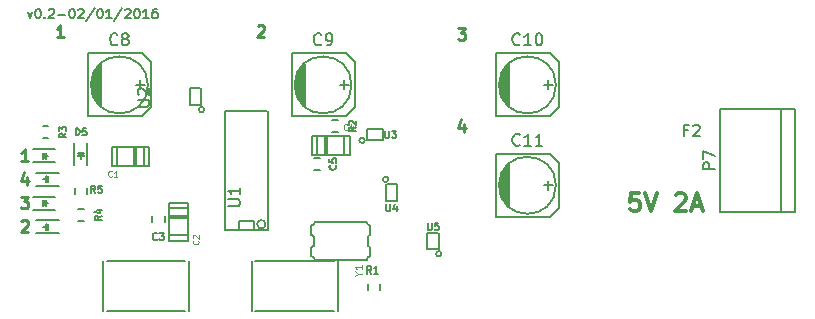
<source format=gbr>
G04 #@! TF.FileFunction,Legend,Top*
%FSLAX46Y46*%
G04 Gerber Fmt 4.6, Leading zero omitted, Abs format (unit mm)*
G04 Created by KiCad (PCBNEW (2015-07-04 BZR 5884, Git c1bbf3e)-product) date 08/02/2016 4:00:02 PM*
%MOMM*%
G01*
G04 APERTURE LIST*
%ADD10C,0.100000*%
%ADD11C,0.300000*%
%ADD12C,0.250000*%
%ADD13C,0.200000*%
%ADD14C,0.150000*%
%ADD15C,0.127000*%
%ADD16C,0.125000*%
%ADD17C,0.119380*%
G04 APERTURE END LIST*
D10*
D11*
X152785716Y-90178571D02*
X152071430Y-90178571D01*
X152000001Y-90892857D01*
X152071430Y-90821429D01*
X152214287Y-90750000D01*
X152571430Y-90750000D01*
X152714287Y-90821429D01*
X152785716Y-90892857D01*
X152857144Y-91035714D01*
X152857144Y-91392857D01*
X152785716Y-91535714D01*
X152714287Y-91607143D01*
X152571430Y-91678571D01*
X152214287Y-91678571D01*
X152071430Y-91607143D01*
X152000001Y-91535714D01*
X153285715Y-90178571D02*
X153785715Y-91678571D01*
X154285715Y-90178571D01*
X155857143Y-90321429D02*
X155928572Y-90250000D01*
X156071429Y-90178571D01*
X156428572Y-90178571D01*
X156571429Y-90250000D01*
X156642858Y-90321429D01*
X156714286Y-90464286D01*
X156714286Y-90607143D01*
X156642858Y-90821429D01*
X155785715Y-91678571D01*
X156714286Y-91678571D01*
X157285714Y-91250000D02*
X158000000Y-91250000D01*
X157142857Y-91678571D02*
X157642857Y-90178571D01*
X158142857Y-91678571D01*
D12*
X120464286Y-76047619D02*
X120511905Y-76000000D01*
X120607143Y-75952381D01*
X120845239Y-75952381D01*
X120940477Y-76000000D01*
X120988096Y-76047619D01*
X121035715Y-76142857D01*
X121035715Y-76238095D01*
X120988096Y-76380952D01*
X120416667Y-76952381D01*
X121035715Y-76952381D01*
X137416667Y-76202381D02*
X138035715Y-76202381D01*
X137702381Y-76583333D01*
X137845239Y-76583333D01*
X137940477Y-76630952D01*
X137988096Y-76678571D01*
X138035715Y-76773810D01*
X138035715Y-77011905D01*
X137988096Y-77107143D01*
X137940477Y-77154762D01*
X137845239Y-77202381D01*
X137559524Y-77202381D01*
X137464286Y-77154762D01*
X137416667Y-77107143D01*
X137940477Y-84285714D02*
X137940477Y-84952381D01*
X137702381Y-83904762D02*
X137464286Y-84619048D01*
X138083334Y-84619048D01*
X104035715Y-76952381D02*
X103464286Y-76952381D01*
X103750000Y-76952381D02*
X103750000Y-75952381D01*
X103654762Y-76095238D01*
X103559524Y-76190476D01*
X103464286Y-76238095D01*
X100940477Y-88785714D02*
X100940477Y-89452381D01*
X100702381Y-88404762D02*
X100464286Y-89119048D01*
X101083334Y-89119048D01*
X100464286Y-92547619D02*
X100511905Y-92500000D01*
X100607143Y-92452381D01*
X100845239Y-92452381D01*
X100940477Y-92500000D01*
X100988096Y-92547619D01*
X101035715Y-92642857D01*
X101035715Y-92738095D01*
X100988096Y-92880952D01*
X100416667Y-93452381D01*
X101035715Y-93452381D01*
X100416667Y-90452381D02*
X101035715Y-90452381D01*
X100702381Y-90833333D01*
X100845239Y-90833333D01*
X100940477Y-90880952D01*
X100988096Y-90928571D01*
X101035715Y-91023810D01*
X101035715Y-91261905D01*
X100988096Y-91357143D01*
X100940477Y-91404762D01*
X100845239Y-91452381D01*
X100559524Y-91452381D01*
X100464286Y-91404762D01*
X100416667Y-91357143D01*
X101035715Y-87452381D02*
X100464286Y-87452381D01*
X100750000Y-87452381D02*
X100750000Y-86452381D01*
X100654762Y-86595238D01*
X100559524Y-86690476D01*
X100464286Y-86738095D01*
D13*
X100976190Y-74828571D02*
X101166666Y-75361905D01*
X101357142Y-74828571D01*
X101814285Y-74561905D02*
X101890476Y-74561905D01*
X101966666Y-74600000D01*
X102004761Y-74638095D01*
X102042857Y-74714286D01*
X102080952Y-74866667D01*
X102080952Y-75057143D01*
X102042857Y-75209524D01*
X102004761Y-75285714D01*
X101966666Y-75323810D01*
X101890476Y-75361905D01*
X101814285Y-75361905D01*
X101738095Y-75323810D01*
X101699999Y-75285714D01*
X101661904Y-75209524D01*
X101623809Y-75057143D01*
X101623809Y-74866667D01*
X101661904Y-74714286D01*
X101699999Y-74638095D01*
X101738095Y-74600000D01*
X101814285Y-74561905D01*
X102423809Y-75285714D02*
X102461904Y-75323810D01*
X102423809Y-75361905D01*
X102385714Y-75323810D01*
X102423809Y-75285714D01*
X102423809Y-75361905D01*
X102766666Y-74638095D02*
X102804761Y-74600000D01*
X102880952Y-74561905D01*
X103071428Y-74561905D01*
X103147618Y-74600000D01*
X103185714Y-74638095D01*
X103223809Y-74714286D01*
X103223809Y-74790476D01*
X103185714Y-74904762D01*
X102728571Y-75361905D01*
X103223809Y-75361905D01*
X103566666Y-75057143D02*
X104176190Y-75057143D01*
X104709523Y-74561905D02*
X104785714Y-74561905D01*
X104861904Y-74600000D01*
X104899999Y-74638095D01*
X104938095Y-74714286D01*
X104976190Y-74866667D01*
X104976190Y-75057143D01*
X104938095Y-75209524D01*
X104899999Y-75285714D01*
X104861904Y-75323810D01*
X104785714Y-75361905D01*
X104709523Y-75361905D01*
X104633333Y-75323810D01*
X104595237Y-75285714D01*
X104557142Y-75209524D01*
X104519047Y-75057143D01*
X104519047Y-74866667D01*
X104557142Y-74714286D01*
X104595237Y-74638095D01*
X104633333Y-74600000D01*
X104709523Y-74561905D01*
X105280952Y-74638095D02*
X105319047Y-74600000D01*
X105395238Y-74561905D01*
X105585714Y-74561905D01*
X105661904Y-74600000D01*
X105700000Y-74638095D01*
X105738095Y-74714286D01*
X105738095Y-74790476D01*
X105700000Y-74904762D01*
X105242857Y-75361905D01*
X105738095Y-75361905D01*
X106652381Y-74523810D02*
X105966666Y-75552381D01*
X107071428Y-74561905D02*
X107147619Y-74561905D01*
X107223809Y-74600000D01*
X107261904Y-74638095D01*
X107300000Y-74714286D01*
X107338095Y-74866667D01*
X107338095Y-75057143D01*
X107300000Y-75209524D01*
X107261904Y-75285714D01*
X107223809Y-75323810D01*
X107147619Y-75361905D01*
X107071428Y-75361905D01*
X106995238Y-75323810D01*
X106957142Y-75285714D01*
X106919047Y-75209524D01*
X106880952Y-75057143D01*
X106880952Y-74866667D01*
X106919047Y-74714286D01*
X106957142Y-74638095D01*
X106995238Y-74600000D01*
X107071428Y-74561905D01*
X108100000Y-75361905D02*
X107642857Y-75361905D01*
X107871428Y-75361905D02*
X107871428Y-74561905D01*
X107795238Y-74676190D01*
X107719047Y-74752381D01*
X107642857Y-74790476D01*
X109014286Y-74523810D02*
X108328571Y-75552381D01*
X109242857Y-74638095D02*
X109280952Y-74600000D01*
X109357143Y-74561905D01*
X109547619Y-74561905D01*
X109623809Y-74600000D01*
X109661905Y-74638095D01*
X109700000Y-74714286D01*
X109700000Y-74790476D01*
X109661905Y-74904762D01*
X109204762Y-75361905D01*
X109700000Y-75361905D01*
X110195238Y-74561905D02*
X110271429Y-74561905D01*
X110347619Y-74600000D01*
X110385714Y-74638095D01*
X110423810Y-74714286D01*
X110461905Y-74866667D01*
X110461905Y-75057143D01*
X110423810Y-75209524D01*
X110385714Y-75285714D01*
X110347619Y-75323810D01*
X110271429Y-75361905D01*
X110195238Y-75361905D01*
X110119048Y-75323810D01*
X110080952Y-75285714D01*
X110042857Y-75209524D01*
X110004762Y-75057143D01*
X110004762Y-74866667D01*
X110042857Y-74714286D01*
X110080952Y-74638095D01*
X110119048Y-74600000D01*
X110195238Y-74561905D01*
X111223810Y-75361905D02*
X110766667Y-75361905D01*
X110995238Y-75361905D02*
X110995238Y-74561905D01*
X110919048Y-74676190D01*
X110842857Y-74752381D01*
X110766667Y-74790476D01*
X111909524Y-74561905D02*
X111757143Y-74561905D01*
X111680953Y-74600000D01*
X111642858Y-74638095D01*
X111566667Y-74752381D01*
X111528572Y-74904762D01*
X111528572Y-75209524D01*
X111566667Y-75285714D01*
X111604762Y-75323810D01*
X111680953Y-75361905D01*
X111833334Y-75361905D01*
X111909524Y-75323810D01*
X111947620Y-75285714D01*
X111985715Y-75209524D01*
X111985715Y-75019048D01*
X111947620Y-74942857D01*
X111909524Y-74904762D01*
X111833334Y-74866667D01*
X111680953Y-74866667D01*
X111604762Y-74904762D01*
X111566667Y-74942857D01*
X111528572Y-75019048D01*
D14*
X129700000Y-92600000D02*
G75*
G03X130000000Y-92900000I300000J0D01*
G01*
X125000000Y-92900000D02*
G75*
G03X125300000Y-92600000I0J300000D01*
G01*
X125300000Y-92600000D02*
X129700000Y-92600000D01*
X125000000Y-93700000D02*
X125000000Y-92900000D01*
X130000000Y-93700000D02*
X130000000Y-92900000D01*
X129800000Y-94600000D02*
X129800000Y-93800000D01*
X129800000Y-94600000D02*
X130000000Y-94700000D01*
X129800000Y-93800000D02*
X130000000Y-93700000D01*
X130000000Y-95500000D02*
X130000000Y-94700000D01*
X130000000Y-95500000D02*
G75*
G03X129700000Y-95800000I0J-300000D01*
G01*
X125300000Y-95800000D02*
X129700000Y-95800000D01*
X125000000Y-95500000D02*
X125000000Y-94700000D01*
X125300000Y-95800000D02*
G75*
G03X125000000Y-95500000I-300000J0D01*
G01*
X125000000Y-94700000D02*
X125200000Y-94600000D01*
X125000000Y-93700000D02*
X125200000Y-93800000D01*
X125200000Y-94600000D02*
X125200000Y-93800000D01*
X112575000Y-92600000D02*
X112575000Y-92100000D01*
X111525000Y-92100000D02*
X111525000Y-92600000D01*
X125700000Y-87175000D02*
X125200000Y-87175000D01*
X125200000Y-88225000D02*
X125700000Y-88225000D01*
X101400000Y-87550000D02*
X103300000Y-87550000D01*
X101400000Y-86450000D02*
X103300000Y-86450000D01*
X102300000Y-87000000D02*
X102750000Y-87000000D01*
X102250000Y-86750000D02*
X102250000Y-87250000D01*
X102250000Y-87000000D02*
X102500000Y-86750000D01*
X102500000Y-86750000D02*
X102500000Y-87250000D01*
X102500000Y-87250000D02*
X102250000Y-87000000D01*
X103600000Y-88450000D02*
X101700000Y-88450000D01*
X103600000Y-89550000D02*
X101700000Y-89550000D01*
X102700000Y-89000000D02*
X102250000Y-89000000D01*
X102750000Y-89250000D02*
X102750000Y-88750000D01*
X102750000Y-89000000D02*
X102500000Y-89250000D01*
X102500000Y-89250000D02*
X102500000Y-88750000D01*
X102500000Y-88750000D02*
X102750000Y-89000000D01*
X101400000Y-91550000D02*
X103300000Y-91550000D01*
X101400000Y-90450000D02*
X103300000Y-90450000D01*
X102300000Y-91000000D02*
X102750000Y-91000000D01*
X102250000Y-90750000D02*
X102250000Y-91250000D01*
X102250000Y-91000000D02*
X102500000Y-90750000D01*
X102500000Y-90750000D02*
X102500000Y-91250000D01*
X102500000Y-91250000D02*
X102250000Y-91000000D01*
X103600000Y-92450000D02*
X101700000Y-92450000D01*
X103600000Y-93550000D02*
X101700000Y-93550000D01*
X102700000Y-93000000D02*
X102250000Y-93000000D01*
X102750000Y-93250000D02*
X102750000Y-92750000D01*
X102750000Y-93000000D02*
X102500000Y-93250000D01*
X102500000Y-93250000D02*
X102500000Y-92750000D01*
X102500000Y-92750000D02*
X102750000Y-93000000D01*
X104950000Y-85900000D02*
X104950000Y-87800000D01*
X106050000Y-85900000D02*
X106050000Y-87800000D01*
X105500000Y-86800000D02*
X105500000Y-87250000D01*
X105750000Y-86750000D02*
X105250000Y-86750000D01*
X105500000Y-86750000D02*
X105750000Y-87000000D01*
X105750000Y-87000000D02*
X105250000Y-87000000D01*
X105250000Y-87000000D02*
X105500000Y-86750000D01*
X127250000Y-83975000D02*
X126750000Y-83975000D01*
X126750000Y-85025000D02*
X127250000Y-85025000D01*
X102750000Y-84475000D02*
X102250000Y-84475000D01*
X102250000Y-85525000D02*
X102750000Y-85525000D01*
X105750000Y-91475000D02*
X105250000Y-91475000D01*
X105250000Y-92525000D02*
X105750000Y-92525000D01*
X106025000Y-90250000D02*
X106025000Y-89750000D01*
X104975000Y-89750000D02*
X104975000Y-90250000D01*
X123714000Y-80365000D02*
X123714000Y-81762000D01*
X123841000Y-80111000D02*
X123841000Y-81889000D01*
X123968000Y-79730000D02*
X123968000Y-82270000D01*
X124095000Y-82397000D02*
X124095000Y-79603000D01*
X124222000Y-79476000D02*
X124222000Y-82524000D01*
X124349000Y-82651000D02*
X124349000Y-79349000D01*
X124476000Y-79222000D02*
X124476000Y-82778000D01*
X123333000Y-78333000D02*
X127905000Y-78333000D01*
X127905000Y-78333000D02*
X128667000Y-79095000D01*
X128667000Y-79095000D02*
X128667000Y-82905000D01*
X128667000Y-82905000D02*
X127905000Y-83667000D01*
X127905000Y-83667000D02*
X123333000Y-83667000D01*
X123333000Y-83667000D02*
X123333000Y-78333000D01*
X128159000Y-81000000D02*
X127397000Y-81000000D01*
X127778000Y-80619000D02*
X127778000Y-81381000D01*
X128413000Y-81000000D02*
G75*
G03X128413000Y-81000000I-2413000J0D01*
G01*
X141014360Y-80365000D02*
X141014360Y-81762000D01*
X141141360Y-80111000D02*
X141141360Y-81889000D01*
X141268360Y-79730000D02*
X141268360Y-82270000D01*
X141395360Y-82397000D02*
X141395360Y-79603000D01*
X141522360Y-79476000D02*
X141522360Y-82524000D01*
X141649360Y-82651000D02*
X141649360Y-79349000D01*
X141776360Y-79222000D02*
X141776360Y-82778000D01*
X140633360Y-78333000D02*
X145205360Y-78333000D01*
X145205360Y-78333000D02*
X145967360Y-79095000D01*
X145967360Y-79095000D02*
X145967360Y-82905000D01*
X145967360Y-82905000D02*
X145205360Y-83667000D01*
X145205360Y-83667000D02*
X140633360Y-83667000D01*
X140633360Y-83667000D02*
X140633360Y-78333000D01*
X145459360Y-81000000D02*
X144697360Y-81000000D01*
X145078360Y-80619000D02*
X145078360Y-81381000D01*
X145713360Y-81000000D02*
G75*
G03X145713360Y-81000000I-2413000J0D01*
G01*
X141014360Y-88865000D02*
X141014360Y-90262000D01*
X141141360Y-88611000D02*
X141141360Y-90389000D01*
X141268360Y-88230000D02*
X141268360Y-90770000D01*
X141395360Y-90897000D02*
X141395360Y-88103000D01*
X141522360Y-87976000D02*
X141522360Y-91024000D01*
X141649360Y-91151000D02*
X141649360Y-87849000D01*
X141776360Y-87722000D02*
X141776360Y-91278000D01*
X140633360Y-86833000D02*
X145205360Y-86833000D01*
X145205360Y-86833000D02*
X145967360Y-87595000D01*
X145967360Y-87595000D02*
X145967360Y-91405000D01*
X145967360Y-91405000D02*
X145205360Y-92167000D01*
X145205360Y-92167000D02*
X140633360Y-92167000D01*
X140633360Y-92167000D02*
X140633360Y-86833000D01*
X145459360Y-89500000D02*
X144697360Y-89500000D01*
X145078360Y-89119000D02*
X145078360Y-89881000D01*
X145713360Y-89500000D02*
G75*
G03X145713360Y-89500000I-2413000J0D01*
G01*
X117700000Y-83200000D02*
X117700000Y-93300000D01*
X121300000Y-93300000D02*
X121300000Y-83200000D01*
X117722000Y-83190000D02*
X121278000Y-83190000D01*
X121278000Y-93310000D02*
X117722000Y-93310000D01*
X121129210Y-92802000D02*
G75*
G03X121129210Y-92802000I-359210J0D01*
G01*
X118865000Y-93310000D02*
X118865000Y-92548000D01*
X118865000Y-92548000D02*
X120135000Y-92548000D01*
X120135000Y-92548000D02*
X120135000Y-93310000D01*
X129775000Y-97850000D02*
X129775000Y-98350000D01*
X130825000Y-98350000D02*
X130825000Y-97850000D01*
X165980000Y-91750000D02*
X165980000Y-83050000D01*
X159575000Y-91750000D02*
X159575000Y-83050000D01*
X159575000Y-83050000D02*
X165980000Y-83050000D01*
X164750000Y-83050000D02*
X164750000Y-91750000D01*
X165980000Y-91750000D02*
X159575000Y-91750000D01*
X115923607Y-83100000D02*
G75*
G03X115923607Y-83100000I-223607J0D01*
G01*
X114700000Y-82700000D02*
X115600000Y-82700000D01*
X115700000Y-82700000D02*
X115700000Y-81300000D01*
X115600000Y-81300000D02*
X114700000Y-81300000D01*
X114700000Y-81300000D02*
X114700000Y-82700000D01*
X129523607Y-85700000D02*
G75*
G03X129523607Y-85700000I-223607J0D01*
G01*
X129700000Y-84700000D02*
X129700000Y-85600000D01*
X129700000Y-85700000D02*
X131100000Y-85700000D01*
X131100000Y-85600000D02*
X131100000Y-84700000D01*
X131100000Y-84700000D02*
X129700000Y-84700000D01*
X131523607Y-89000000D02*
G75*
G03X131523607Y-89000000I-223607J0D01*
G01*
X132300000Y-89400000D02*
X131400000Y-89400000D01*
X131300000Y-89400000D02*
X131300000Y-90800000D01*
X131400000Y-90800000D02*
X132300000Y-90800000D01*
X132300000Y-90800000D02*
X132300000Y-89400000D01*
X136023607Y-95300000D02*
G75*
G03X136023607Y-95300000I-223607J0D01*
G01*
X134800000Y-94900000D02*
X135700000Y-94900000D01*
X135800000Y-94900000D02*
X135800000Y-93500000D01*
X135700000Y-93500000D02*
X134800000Y-93500000D01*
X134800000Y-93500000D02*
X134800000Y-94900000D01*
X106464000Y-80365000D02*
X106464000Y-81762000D01*
X106591000Y-80111000D02*
X106591000Y-81889000D01*
X106718000Y-79730000D02*
X106718000Y-82270000D01*
X106845000Y-82397000D02*
X106845000Y-79603000D01*
X106972000Y-79476000D02*
X106972000Y-82524000D01*
X107099000Y-82651000D02*
X107099000Y-79349000D01*
X107226000Y-79222000D02*
X107226000Y-82778000D01*
X106083000Y-78333000D02*
X110655000Y-78333000D01*
X110655000Y-78333000D02*
X111417000Y-79095000D01*
X111417000Y-79095000D02*
X111417000Y-82905000D01*
X111417000Y-82905000D02*
X110655000Y-83667000D01*
X110655000Y-83667000D02*
X106083000Y-83667000D01*
X106083000Y-83667000D02*
X106083000Y-78333000D01*
X110909000Y-81000000D02*
X110147000Y-81000000D01*
X110528000Y-80619000D02*
X110528000Y-81381000D01*
X111163000Y-81000000D02*
G75*
G03X111163000Y-81000000I-2413000J0D01*
G01*
X107675000Y-95900000D02*
X114325000Y-95900000D01*
X114625000Y-95900000D02*
X114625000Y-100100000D01*
X114325000Y-100100000D02*
X107675000Y-100100000D01*
X107375000Y-100100000D02*
X107375000Y-95900000D01*
X120275000Y-95900000D02*
X126925000Y-95900000D01*
X127225000Y-95900000D02*
X127225000Y-100100000D01*
X126925000Y-100100000D02*
X120275000Y-100100000D01*
X119975000Y-100100000D02*
X119975000Y-95900000D01*
X110200000Y-86250000D02*
X110200000Y-87850000D01*
X110200000Y-87850000D02*
X110000000Y-87850000D01*
X110000000Y-87850000D02*
X110000000Y-86250000D01*
X110000000Y-86250000D02*
X110200000Y-86250000D01*
D15*
X110843000Y-87862800D02*
X110843000Y-86237200D01*
X108557000Y-86237200D02*
X108557000Y-87862800D01*
X108099800Y-86237200D02*
X108099800Y-87862800D01*
X108099800Y-87862800D02*
X111300200Y-87862800D01*
X111300200Y-87862800D02*
X111300200Y-86237200D01*
X111300200Y-86237200D02*
X108099800Y-86237200D01*
D14*
X112950000Y-92100000D02*
X114550000Y-92100000D01*
X114550000Y-92100000D02*
X114550000Y-92300000D01*
X114550000Y-92300000D02*
X112950000Y-92300000D01*
X112950000Y-92300000D02*
X112950000Y-92100000D01*
D15*
X114562800Y-91457000D02*
X112937200Y-91457000D01*
X112937200Y-93743000D02*
X114562800Y-93743000D01*
X112937200Y-94200200D02*
X114562800Y-94200200D01*
X114562800Y-94200200D02*
X114562800Y-90999800D01*
X114562800Y-90999800D02*
X112937200Y-90999800D01*
X112937200Y-90999800D02*
X112937200Y-94200200D01*
D14*
X126150000Y-86900000D02*
X126150000Y-85300000D01*
X126150000Y-85300000D02*
X126350000Y-85300000D01*
X126350000Y-85300000D02*
X126350000Y-86900000D01*
X126350000Y-86900000D02*
X126150000Y-86900000D01*
D15*
X125507000Y-85287200D02*
X125507000Y-86912800D01*
X127793000Y-86912800D02*
X127793000Y-85287200D01*
X128250200Y-86912800D02*
X128250200Y-85287200D01*
X128250200Y-85287200D02*
X125049800Y-85287200D01*
X125049800Y-85287200D02*
X125049800Y-86912800D01*
X125049800Y-86912800D02*
X128250200Y-86912800D01*
D14*
X156866667Y-84828571D02*
X156533333Y-84828571D01*
X156533333Y-85352381D02*
X156533333Y-84352381D01*
X157009524Y-84352381D01*
X157342857Y-84447619D02*
X157390476Y-84400000D01*
X157485714Y-84352381D01*
X157723810Y-84352381D01*
X157819048Y-84400000D01*
X157866667Y-84447619D01*
X157914286Y-84542857D01*
X157914286Y-84638095D01*
X157866667Y-84780952D01*
X157295238Y-85352381D01*
X157914286Y-85352381D01*
D16*
X128985714Y-96985714D02*
X129271429Y-96985714D01*
X128671429Y-97185714D02*
X128985714Y-96985714D01*
X128671429Y-96785714D01*
X129271429Y-96271428D02*
X129271429Y-96614285D01*
X129271429Y-96442857D02*
X128671429Y-96442857D01*
X128757143Y-96500000D01*
X128814286Y-96557142D01*
X128842857Y-96614285D01*
D14*
X111950000Y-94064286D02*
X111921429Y-94092857D01*
X111835715Y-94121429D01*
X111778572Y-94121429D01*
X111692857Y-94092857D01*
X111635715Y-94035714D01*
X111607143Y-93978571D01*
X111578572Y-93864286D01*
X111578572Y-93778571D01*
X111607143Y-93664286D01*
X111635715Y-93607143D01*
X111692857Y-93550000D01*
X111778572Y-93521429D01*
X111835715Y-93521429D01*
X111921429Y-93550000D01*
X111950000Y-93578571D01*
X112150000Y-93521429D02*
X112521429Y-93521429D01*
X112321429Y-93750000D01*
X112407143Y-93750000D01*
X112464286Y-93778571D01*
X112492857Y-93807143D01*
X112521429Y-93864286D01*
X112521429Y-94007143D01*
X112492857Y-94064286D01*
X112464286Y-94092857D01*
X112407143Y-94121429D01*
X112235715Y-94121429D01*
X112178572Y-94092857D01*
X112150000Y-94064286D01*
X127064286Y-87800000D02*
X127092857Y-87828571D01*
X127121429Y-87914285D01*
X127121429Y-87971428D01*
X127092857Y-88057143D01*
X127035714Y-88114285D01*
X126978571Y-88142857D01*
X126864286Y-88171428D01*
X126778571Y-88171428D01*
X126664286Y-88142857D01*
X126607143Y-88114285D01*
X126550000Y-88057143D01*
X126521429Y-87971428D01*
X126521429Y-87914285D01*
X126550000Y-87828571D01*
X126578571Y-87800000D01*
X126521429Y-87257143D02*
X126521429Y-87542857D01*
X126807143Y-87571428D01*
X126778571Y-87542857D01*
X126750000Y-87485714D01*
X126750000Y-87342857D01*
X126778571Y-87285714D01*
X126807143Y-87257143D01*
X126864286Y-87228571D01*
X127007143Y-87228571D01*
X127064286Y-87257143D01*
X127092857Y-87285714D01*
X127121429Y-87342857D01*
X127121429Y-87485714D01*
X127092857Y-87542857D01*
X127064286Y-87571428D01*
X105057143Y-85271429D02*
X105057143Y-84671429D01*
X105200000Y-84671429D01*
X105285715Y-84700000D01*
X105342857Y-84757143D01*
X105371429Y-84814286D01*
X105400000Y-84928571D01*
X105400000Y-85014286D01*
X105371429Y-85128571D01*
X105342857Y-85185714D01*
X105285715Y-85242857D01*
X105200000Y-85271429D01*
X105057143Y-85271429D01*
X105942857Y-84671429D02*
X105657143Y-84671429D01*
X105628572Y-84957143D01*
X105657143Y-84928571D01*
X105714286Y-84900000D01*
X105857143Y-84900000D01*
X105914286Y-84928571D01*
X105942857Y-84957143D01*
X105971429Y-85014286D01*
X105971429Y-85157143D01*
X105942857Y-85214286D01*
X105914286Y-85242857D01*
X105857143Y-85271429D01*
X105714286Y-85271429D01*
X105657143Y-85242857D01*
X105628572Y-85214286D01*
X128771429Y-84600000D02*
X128485714Y-84800000D01*
X128771429Y-84942857D02*
X128171429Y-84942857D01*
X128171429Y-84714285D01*
X128200000Y-84657143D01*
X128228571Y-84628571D01*
X128285714Y-84600000D01*
X128371429Y-84600000D01*
X128428571Y-84628571D01*
X128457143Y-84657143D01*
X128485714Y-84714285D01*
X128485714Y-84942857D01*
X128228571Y-84371428D02*
X128200000Y-84342857D01*
X128171429Y-84285714D01*
X128171429Y-84142857D01*
X128200000Y-84085714D01*
X128228571Y-84057143D01*
X128285714Y-84028571D01*
X128342857Y-84028571D01*
X128428571Y-84057143D01*
X128771429Y-84400000D01*
X128771429Y-84028571D01*
X104271429Y-85100000D02*
X103985714Y-85300000D01*
X104271429Y-85442857D02*
X103671429Y-85442857D01*
X103671429Y-85214285D01*
X103700000Y-85157143D01*
X103728571Y-85128571D01*
X103785714Y-85100000D01*
X103871429Y-85100000D01*
X103928571Y-85128571D01*
X103957143Y-85157143D01*
X103985714Y-85214285D01*
X103985714Y-85442857D01*
X103671429Y-84900000D02*
X103671429Y-84528571D01*
X103900000Y-84728571D01*
X103900000Y-84642857D01*
X103928571Y-84585714D01*
X103957143Y-84557143D01*
X104014286Y-84528571D01*
X104157143Y-84528571D01*
X104214286Y-84557143D01*
X104242857Y-84585714D01*
X104271429Y-84642857D01*
X104271429Y-84814285D01*
X104242857Y-84871428D01*
X104214286Y-84900000D01*
X107271429Y-92100000D02*
X106985714Y-92300000D01*
X107271429Y-92442857D02*
X106671429Y-92442857D01*
X106671429Y-92214285D01*
X106700000Y-92157143D01*
X106728571Y-92128571D01*
X106785714Y-92100000D01*
X106871429Y-92100000D01*
X106928571Y-92128571D01*
X106957143Y-92157143D01*
X106985714Y-92214285D01*
X106985714Y-92442857D01*
X106871429Y-91585714D02*
X107271429Y-91585714D01*
X106642857Y-91728571D02*
X107071429Y-91871428D01*
X107071429Y-91500000D01*
X106700000Y-90121429D02*
X106500000Y-89835714D01*
X106357143Y-90121429D02*
X106357143Y-89521429D01*
X106585715Y-89521429D01*
X106642857Y-89550000D01*
X106671429Y-89578571D01*
X106700000Y-89635714D01*
X106700000Y-89721429D01*
X106671429Y-89778571D01*
X106642857Y-89807143D01*
X106585715Y-89835714D01*
X106357143Y-89835714D01*
X107242857Y-89521429D02*
X106957143Y-89521429D01*
X106928572Y-89807143D01*
X106957143Y-89778571D01*
X107014286Y-89750000D01*
X107157143Y-89750000D01*
X107214286Y-89778571D01*
X107242857Y-89807143D01*
X107271429Y-89864286D01*
X107271429Y-90007143D01*
X107242857Y-90064286D01*
X107214286Y-90092857D01*
X107157143Y-90121429D01*
X107014286Y-90121429D01*
X106957143Y-90092857D01*
X106928572Y-90064286D01*
X125833334Y-77547143D02*
X125785715Y-77594762D01*
X125642858Y-77642381D01*
X125547620Y-77642381D01*
X125404762Y-77594762D01*
X125309524Y-77499524D01*
X125261905Y-77404286D01*
X125214286Y-77213810D01*
X125214286Y-77070952D01*
X125261905Y-76880476D01*
X125309524Y-76785238D01*
X125404762Y-76690000D01*
X125547620Y-76642381D01*
X125642858Y-76642381D01*
X125785715Y-76690000D01*
X125833334Y-76737619D01*
X126309524Y-77642381D02*
X126500000Y-77642381D01*
X126595239Y-77594762D01*
X126642858Y-77547143D01*
X126738096Y-77404286D01*
X126785715Y-77213810D01*
X126785715Y-76832857D01*
X126738096Y-76737619D01*
X126690477Y-76690000D01*
X126595239Y-76642381D01*
X126404762Y-76642381D01*
X126309524Y-76690000D01*
X126261905Y-76737619D01*
X126214286Y-76832857D01*
X126214286Y-77070952D01*
X126261905Y-77166190D01*
X126309524Y-77213810D01*
X126404762Y-77261429D01*
X126595239Y-77261429D01*
X126690477Y-77213810D01*
X126738096Y-77166190D01*
X126785715Y-77070952D01*
X142657503Y-77547143D02*
X142609884Y-77594762D01*
X142467027Y-77642381D01*
X142371789Y-77642381D01*
X142228931Y-77594762D01*
X142133693Y-77499524D01*
X142086074Y-77404286D01*
X142038455Y-77213810D01*
X142038455Y-77070952D01*
X142086074Y-76880476D01*
X142133693Y-76785238D01*
X142228931Y-76690000D01*
X142371789Y-76642381D01*
X142467027Y-76642381D01*
X142609884Y-76690000D01*
X142657503Y-76737619D01*
X143609884Y-77642381D02*
X143038455Y-77642381D01*
X143324169Y-77642381D02*
X143324169Y-76642381D01*
X143228931Y-76785238D01*
X143133693Y-76880476D01*
X143038455Y-76928095D01*
X144228931Y-76642381D02*
X144324170Y-76642381D01*
X144419408Y-76690000D01*
X144467027Y-76737619D01*
X144514646Y-76832857D01*
X144562265Y-77023333D01*
X144562265Y-77261429D01*
X144514646Y-77451905D01*
X144467027Y-77547143D01*
X144419408Y-77594762D01*
X144324170Y-77642381D01*
X144228931Y-77642381D01*
X144133693Y-77594762D01*
X144086074Y-77547143D01*
X144038455Y-77451905D01*
X143990836Y-77261429D01*
X143990836Y-77023333D01*
X144038455Y-76832857D01*
X144086074Y-76737619D01*
X144133693Y-76690000D01*
X144228931Y-76642381D01*
X142657503Y-86047143D02*
X142609884Y-86094762D01*
X142467027Y-86142381D01*
X142371789Y-86142381D01*
X142228931Y-86094762D01*
X142133693Y-85999524D01*
X142086074Y-85904286D01*
X142038455Y-85713810D01*
X142038455Y-85570952D01*
X142086074Y-85380476D01*
X142133693Y-85285238D01*
X142228931Y-85190000D01*
X142371789Y-85142381D01*
X142467027Y-85142381D01*
X142609884Y-85190000D01*
X142657503Y-85237619D01*
X143609884Y-86142381D02*
X143038455Y-86142381D01*
X143324169Y-86142381D02*
X143324169Y-85142381D01*
X143228931Y-85285238D01*
X143133693Y-85380476D01*
X143038455Y-85428095D01*
X144562265Y-86142381D02*
X143990836Y-86142381D01*
X144276550Y-86142381D02*
X144276550Y-85142381D01*
X144181312Y-85285238D01*
X144086074Y-85380476D01*
X143990836Y-85428095D01*
X117952381Y-91261905D02*
X118761905Y-91261905D01*
X118857143Y-91214286D01*
X118904762Y-91166667D01*
X118952381Y-91071429D01*
X118952381Y-90880952D01*
X118904762Y-90785714D01*
X118857143Y-90738095D01*
X118761905Y-90690476D01*
X117952381Y-90690476D01*
X118952381Y-89690476D02*
X118952381Y-90261905D01*
X118952381Y-89976191D02*
X117952381Y-89976191D01*
X118095238Y-90071429D01*
X118190476Y-90166667D01*
X118238095Y-90261905D01*
X130100000Y-96971429D02*
X129900000Y-96685714D01*
X129757143Y-96971429D02*
X129757143Y-96371429D01*
X129985715Y-96371429D01*
X130042857Y-96400000D01*
X130071429Y-96428571D01*
X130100000Y-96485714D01*
X130100000Y-96571429D01*
X130071429Y-96628571D01*
X130042857Y-96657143D01*
X129985715Y-96685714D01*
X129757143Y-96685714D01*
X130671429Y-96971429D02*
X130328572Y-96971429D01*
X130500000Y-96971429D02*
X130500000Y-96371429D01*
X130442857Y-96457143D01*
X130385715Y-96514286D01*
X130328572Y-96542857D01*
X159164921Y-88137195D02*
X158164921Y-88137195D01*
X158164921Y-87756242D01*
X158212540Y-87661004D01*
X158260159Y-87613385D01*
X158355397Y-87565766D01*
X158498254Y-87565766D01*
X158593492Y-87613385D01*
X158641111Y-87661004D01*
X158688730Y-87756242D01*
X158688730Y-88137195D01*
X158164921Y-87232433D02*
X158164921Y-86565766D01*
X159164921Y-86994338D01*
X110301361Y-82833025D02*
X111110885Y-82833025D01*
X111206123Y-82785406D01*
X111253742Y-82737787D01*
X111301361Y-82642549D01*
X111301361Y-82452072D01*
X111253742Y-82356834D01*
X111206123Y-82309215D01*
X111110885Y-82261596D01*
X110301361Y-82261596D01*
X110396599Y-81833025D02*
X110348980Y-81785406D01*
X110301361Y-81690168D01*
X110301361Y-81452072D01*
X110348980Y-81356834D01*
X110396599Y-81309215D01*
X110491837Y-81261596D01*
X110587075Y-81261596D01*
X110729932Y-81309215D01*
X111301361Y-81880644D01*
X111301361Y-81261596D01*
X131242857Y-84871429D02*
X131242857Y-85357143D01*
X131271429Y-85414286D01*
X131300000Y-85442857D01*
X131357143Y-85471429D01*
X131471429Y-85471429D01*
X131528571Y-85442857D01*
X131557143Y-85414286D01*
X131585714Y-85357143D01*
X131585714Y-84871429D01*
X131814285Y-84871429D02*
X132185714Y-84871429D01*
X131985714Y-85100000D01*
X132071428Y-85100000D01*
X132128571Y-85128571D01*
X132157142Y-85157143D01*
X132185714Y-85214286D01*
X132185714Y-85357143D01*
X132157142Y-85414286D01*
X132128571Y-85442857D01*
X132071428Y-85471429D01*
X131900000Y-85471429D01*
X131842857Y-85442857D01*
X131814285Y-85414286D01*
X131342857Y-91071429D02*
X131342857Y-91557143D01*
X131371429Y-91614286D01*
X131400000Y-91642857D01*
X131457143Y-91671429D01*
X131571429Y-91671429D01*
X131628571Y-91642857D01*
X131657143Y-91614286D01*
X131685714Y-91557143D01*
X131685714Y-91071429D01*
X132228571Y-91271429D02*
X132228571Y-91671429D01*
X132085714Y-91042857D02*
X131942857Y-91471429D01*
X132314285Y-91471429D01*
X134842857Y-92671429D02*
X134842857Y-93157143D01*
X134871429Y-93214286D01*
X134900000Y-93242857D01*
X134957143Y-93271429D01*
X135071429Y-93271429D01*
X135128571Y-93242857D01*
X135157143Y-93214286D01*
X135185714Y-93157143D01*
X135185714Y-92671429D01*
X135757142Y-92671429D02*
X135471428Y-92671429D01*
X135442857Y-92957143D01*
X135471428Y-92928571D01*
X135528571Y-92900000D01*
X135671428Y-92900000D01*
X135728571Y-92928571D01*
X135757142Y-92957143D01*
X135785714Y-93014286D01*
X135785714Y-93157143D01*
X135757142Y-93214286D01*
X135728571Y-93242857D01*
X135671428Y-93271429D01*
X135528571Y-93271429D01*
X135471428Y-93242857D01*
X135442857Y-93214286D01*
X108583334Y-77547143D02*
X108535715Y-77594762D01*
X108392858Y-77642381D01*
X108297620Y-77642381D01*
X108154762Y-77594762D01*
X108059524Y-77499524D01*
X108011905Y-77404286D01*
X107964286Y-77213810D01*
X107964286Y-77070952D01*
X108011905Y-76880476D01*
X108059524Y-76785238D01*
X108154762Y-76690000D01*
X108297620Y-76642381D01*
X108392858Y-76642381D01*
X108535715Y-76690000D01*
X108583334Y-76737619D01*
X109154762Y-77070952D02*
X109059524Y-77023333D01*
X109011905Y-76975714D01*
X108964286Y-76880476D01*
X108964286Y-76832857D01*
X109011905Y-76737619D01*
X109059524Y-76690000D01*
X109154762Y-76642381D01*
X109345239Y-76642381D01*
X109440477Y-76690000D01*
X109488096Y-76737619D01*
X109535715Y-76832857D01*
X109535715Y-76880476D01*
X109488096Y-76975714D01*
X109440477Y-77023333D01*
X109345239Y-77070952D01*
X109154762Y-77070952D01*
X109059524Y-77118571D01*
X109011905Y-77166190D01*
X108964286Y-77261429D01*
X108964286Y-77451905D01*
X109011905Y-77547143D01*
X109059524Y-77594762D01*
X109154762Y-77642381D01*
X109345239Y-77642381D01*
X109440477Y-77594762D01*
X109488096Y-77547143D01*
X109535715Y-77451905D01*
X109535715Y-77261429D01*
X109488096Y-77166190D01*
X109440477Y-77118571D01*
X109345239Y-77070952D01*
D17*
X108116604Y-88728707D02*
X108092776Y-88752535D01*
X108021293Y-88776362D01*
X107973638Y-88776362D01*
X107902155Y-88752535D01*
X107854500Y-88704880D01*
X107830672Y-88657224D01*
X107806844Y-88561914D01*
X107806844Y-88490431D01*
X107830672Y-88395120D01*
X107854500Y-88347465D01*
X107902155Y-88299810D01*
X107973638Y-88275982D01*
X108021293Y-88275982D01*
X108092776Y-88299810D01*
X108116604Y-88323638D01*
X108593156Y-88776362D02*
X108307224Y-88776362D01*
X108450190Y-88776362D02*
X108450190Y-88275982D01*
X108402535Y-88347465D01*
X108354880Y-88395120D01*
X108307224Y-88418948D01*
X115428707Y-94183396D02*
X115452535Y-94207224D01*
X115476362Y-94278707D01*
X115476362Y-94326362D01*
X115452535Y-94397845D01*
X115404880Y-94445500D01*
X115357224Y-94469328D01*
X115261914Y-94493156D01*
X115190431Y-94493156D01*
X115095120Y-94469328D01*
X115047465Y-94445500D01*
X114999810Y-94397845D01*
X114975982Y-94326362D01*
X114975982Y-94278707D01*
X114999810Y-94207224D01*
X115023638Y-94183396D01*
X115023638Y-93992776D02*
X114999810Y-93968948D01*
X114975982Y-93921293D01*
X114975982Y-93802155D01*
X114999810Y-93754499D01*
X115023638Y-93730672D01*
X115071293Y-93706844D01*
X115118948Y-93706844D01*
X115190431Y-93730672D01*
X115476362Y-94016603D01*
X115476362Y-93706844D01*
X128066604Y-84778707D02*
X128042776Y-84802535D01*
X127971293Y-84826362D01*
X127923638Y-84826362D01*
X127852155Y-84802535D01*
X127804500Y-84754880D01*
X127780672Y-84707224D01*
X127756844Y-84611914D01*
X127756844Y-84540431D01*
X127780672Y-84445120D01*
X127804500Y-84397465D01*
X127852155Y-84349810D01*
X127923638Y-84325982D01*
X127971293Y-84325982D01*
X128042776Y-84349810D01*
X128066604Y-84373638D01*
X128495501Y-84492776D02*
X128495501Y-84826362D01*
X128376363Y-84302155D02*
X128257224Y-84659569D01*
X128566984Y-84659569D01*
M02*

</source>
